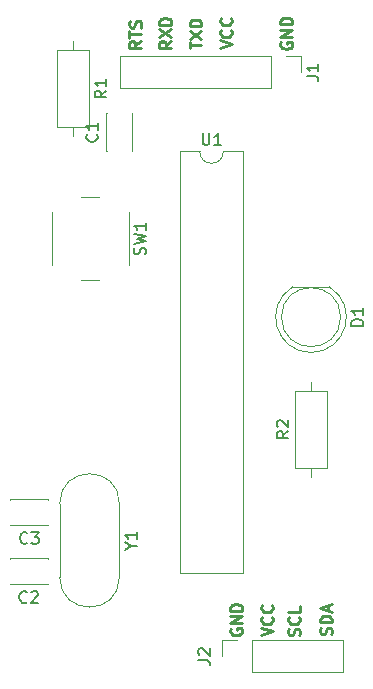
<source format=gbr>
%TF.GenerationSoftware,KiCad,Pcbnew,8.0.6-8.0.6-0~ubuntu22.04.1*%
%TF.CreationDate,2024-11-25T01:07:46+09:00*%
%TF.ProjectId,Cduino,43647569-6e6f-42e6-9b69-6361645f7063,rev?*%
%TF.SameCoordinates,Original*%
%TF.FileFunction,Legend,Top*%
%TF.FilePolarity,Positive*%
%FSLAX46Y46*%
G04 Gerber Fmt 4.6, Leading zero omitted, Abs format (unit mm)*
G04 Created by KiCad (PCBNEW 8.0.6-8.0.6-0~ubuntu22.04.1) date 2024-11-25 01:07:46*
%MOMM*%
%LPD*%
G01*
G04 APERTURE LIST*
%ADD10C,0.250000*%
%ADD11C,0.150000*%
%ADD12C,0.120000*%
G04 APERTURE END LIST*
D10*
X138164619Y-102640288D02*
X139164619Y-102306955D01*
X139164619Y-102306955D02*
X138164619Y-101973622D01*
X139069380Y-101068860D02*
X139117000Y-101116479D01*
X139117000Y-101116479D02*
X139164619Y-101259336D01*
X139164619Y-101259336D02*
X139164619Y-101354574D01*
X139164619Y-101354574D02*
X139117000Y-101497431D01*
X139117000Y-101497431D02*
X139021761Y-101592669D01*
X139021761Y-101592669D02*
X138926523Y-101640288D01*
X138926523Y-101640288D02*
X138736047Y-101687907D01*
X138736047Y-101687907D02*
X138593190Y-101687907D01*
X138593190Y-101687907D02*
X138402714Y-101640288D01*
X138402714Y-101640288D02*
X138307476Y-101592669D01*
X138307476Y-101592669D02*
X138212238Y-101497431D01*
X138212238Y-101497431D02*
X138164619Y-101354574D01*
X138164619Y-101354574D02*
X138164619Y-101259336D01*
X138164619Y-101259336D02*
X138212238Y-101116479D01*
X138212238Y-101116479D02*
X138259857Y-101068860D01*
X139069380Y-100068860D02*
X139117000Y-100116479D01*
X139117000Y-100116479D02*
X139164619Y-100259336D01*
X139164619Y-100259336D02*
X139164619Y-100354574D01*
X139164619Y-100354574D02*
X139117000Y-100497431D01*
X139117000Y-100497431D02*
X139021761Y-100592669D01*
X139021761Y-100592669D02*
X138926523Y-100640288D01*
X138926523Y-100640288D02*
X138736047Y-100687907D01*
X138736047Y-100687907D02*
X138593190Y-100687907D01*
X138593190Y-100687907D02*
X138402714Y-100640288D01*
X138402714Y-100640288D02*
X138307476Y-100592669D01*
X138307476Y-100592669D02*
X138212238Y-100497431D01*
X138212238Y-100497431D02*
X138164619Y-100354574D01*
X138164619Y-100354574D02*
X138164619Y-100259336D01*
X138164619Y-100259336D02*
X138212238Y-100116479D01*
X138212238Y-100116479D02*
X138259857Y-100068860D01*
X128014619Y-52326003D02*
X127538428Y-52659336D01*
X128014619Y-52897431D02*
X127014619Y-52897431D01*
X127014619Y-52897431D02*
X127014619Y-52516479D01*
X127014619Y-52516479D02*
X127062238Y-52421241D01*
X127062238Y-52421241D02*
X127109857Y-52373622D01*
X127109857Y-52373622D02*
X127205095Y-52326003D01*
X127205095Y-52326003D02*
X127347952Y-52326003D01*
X127347952Y-52326003D02*
X127443190Y-52373622D01*
X127443190Y-52373622D02*
X127490809Y-52421241D01*
X127490809Y-52421241D02*
X127538428Y-52516479D01*
X127538428Y-52516479D02*
X127538428Y-52897431D01*
X127014619Y-52040288D02*
X127014619Y-51468860D01*
X128014619Y-51754574D02*
X127014619Y-51754574D01*
X127967000Y-51183145D02*
X128014619Y-51040288D01*
X128014619Y-51040288D02*
X128014619Y-50802193D01*
X128014619Y-50802193D02*
X127967000Y-50706955D01*
X127967000Y-50706955D02*
X127919380Y-50659336D01*
X127919380Y-50659336D02*
X127824142Y-50611717D01*
X127824142Y-50611717D02*
X127728904Y-50611717D01*
X127728904Y-50611717D02*
X127633666Y-50659336D01*
X127633666Y-50659336D02*
X127586047Y-50706955D01*
X127586047Y-50706955D02*
X127538428Y-50802193D01*
X127538428Y-50802193D02*
X127490809Y-50992669D01*
X127490809Y-50992669D02*
X127443190Y-51087907D01*
X127443190Y-51087907D02*
X127395571Y-51135526D01*
X127395571Y-51135526D02*
X127300333Y-51183145D01*
X127300333Y-51183145D02*
X127205095Y-51183145D01*
X127205095Y-51183145D02*
X127109857Y-51135526D01*
X127109857Y-51135526D02*
X127062238Y-51087907D01*
X127062238Y-51087907D02*
X127014619Y-50992669D01*
X127014619Y-50992669D02*
X127014619Y-50754574D01*
X127014619Y-50754574D02*
X127062238Y-50611717D01*
X135612238Y-102073622D02*
X135564619Y-102168860D01*
X135564619Y-102168860D02*
X135564619Y-102311717D01*
X135564619Y-102311717D02*
X135612238Y-102454574D01*
X135612238Y-102454574D02*
X135707476Y-102549812D01*
X135707476Y-102549812D02*
X135802714Y-102597431D01*
X135802714Y-102597431D02*
X135993190Y-102645050D01*
X135993190Y-102645050D02*
X136136047Y-102645050D01*
X136136047Y-102645050D02*
X136326523Y-102597431D01*
X136326523Y-102597431D02*
X136421761Y-102549812D01*
X136421761Y-102549812D02*
X136517000Y-102454574D01*
X136517000Y-102454574D02*
X136564619Y-102311717D01*
X136564619Y-102311717D02*
X136564619Y-102216479D01*
X136564619Y-102216479D02*
X136517000Y-102073622D01*
X136517000Y-102073622D02*
X136469380Y-102026003D01*
X136469380Y-102026003D02*
X136136047Y-102026003D01*
X136136047Y-102026003D02*
X136136047Y-102216479D01*
X136564619Y-101597431D02*
X135564619Y-101597431D01*
X135564619Y-101597431D02*
X136564619Y-101026003D01*
X136564619Y-101026003D02*
X135564619Y-101026003D01*
X136564619Y-100549812D02*
X135564619Y-100549812D01*
X135564619Y-100549812D02*
X135564619Y-100311717D01*
X135564619Y-100311717D02*
X135612238Y-100168860D01*
X135612238Y-100168860D02*
X135707476Y-100073622D01*
X135707476Y-100073622D02*
X135802714Y-100026003D01*
X135802714Y-100026003D02*
X135993190Y-99978384D01*
X135993190Y-99978384D02*
X136136047Y-99978384D01*
X136136047Y-99978384D02*
X136326523Y-100026003D01*
X136326523Y-100026003D02*
X136421761Y-100073622D01*
X136421761Y-100073622D02*
X136517000Y-100168860D01*
X136517000Y-100168860D02*
X136564619Y-100311717D01*
X136564619Y-100311717D02*
X136564619Y-100549812D01*
X134714619Y-52940288D02*
X135714619Y-52606955D01*
X135714619Y-52606955D02*
X134714619Y-52273622D01*
X135619380Y-51368860D02*
X135667000Y-51416479D01*
X135667000Y-51416479D02*
X135714619Y-51559336D01*
X135714619Y-51559336D02*
X135714619Y-51654574D01*
X135714619Y-51654574D02*
X135667000Y-51797431D01*
X135667000Y-51797431D02*
X135571761Y-51892669D01*
X135571761Y-51892669D02*
X135476523Y-51940288D01*
X135476523Y-51940288D02*
X135286047Y-51987907D01*
X135286047Y-51987907D02*
X135143190Y-51987907D01*
X135143190Y-51987907D02*
X134952714Y-51940288D01*
X134952714Y-51940288D02*
X134857476Y-51892669D01*
X134857476Y-51892669D02*
X134762238Y-51797431D01*
X134762238Y-51797431D02*
X134714619Y-51654574D01*
X134714619Y-51654574D02*
X134714619Y-51559336D01*
X134714619Y-51559336D02*
X134762238Y-51416479D01*
X134762238Y-51416479D02*
X134809857Y-51368860D01*
X135619380Y-50368860D02*
X135667000Y-50416479D01*
X135667000Y-50416479D02*
X135714619Y-50559336D01*
X135714619Y-50559336D02*
X135714619Y-50654574D01*
X135714619Y-50654574D02*
X135667000Y-50797431D01*
X135667000Y-50797431D02*
X135571761Y-50892669D01*
X135571761Y-50892669D02*
X135476523Y-50940288D01*
X135476523Y-50940288D02*
X135286047Y-50987907D01*
X135286047Y-50987907D02*
X135143190Y-50987907D01*
X135143190Y-50987907D02*
X134952714Y-50940288D01*
X134952714Y-50940288D02*
X134857476Y-50892669D01*
X134857476Y-50892669D02*
X134762238Y-50797431D01*
X134762238Y-50797431D02*
X134714619Y-50654574D01*
X134714619Y-50654574D02*
X134714619Y-50559336D01*
X134714619Y-50559336D02*
X134762238Y-50416479D01*
X134762238Y-50416479D02*
X134809857Y-50368860D01*
X139862238Y-52423622D02*
X139814619Y-52518860D01*
X139814619Y-52518860D02*
X139814619Y-52661717D01*
X139814619Y-52661717D02*
X139862238Y-52804574D01*
X139862238Y-52804574D02*
X139957476Y-52899812D01*
X139957476Y-52899812D02*
X140052714Y-52947431D01*
X140052714Y-52947431D02*
X140243190Y-52995050D01*
X140243190Y-52995050D02*
X140386047Y-52995050D01*
X140386047Y-52995050D02*
X140576523Y-52947431D01*
X140576523Y-52947431D02*
X140671761Y-52899812D01*
X140671761Y-52899812D02*
X140767000Y-52804574D01*
X140767000Y-52804574D02*
X140814619Y-52661717D01*
X140814619Y-52661717D02*
X140814619Y-52566479D01*
X140814619Y-52566479D02*
X140767000Y-52423622D01*
X140767000Y-52423622D02*
X140719380Y-52376003D01*
X140719380Y-52376003D02*
X140386047Y-52376003D01*
X140386047Y-52376003D02*
X140386047Y-52566479D01*
X140814619Y-51947431D02*
X139814619Y-51947431D01*
X139814619Y-51947431D02*
X140814619Y-51376003D01*
X140814619Y-51376003D02*
X139814619Y-51376003D01*
X140814619Y-50899812D02*
X139814619Y-50899812D01*
X139814619Y-50899812D02*
X139814619Y-50661717D01*
X139814619Y-50661717D02*
X139862238Y-50518860D01*
X139862238Y-50518860D02*
X139957476Y-50423622D01*
X139957476Y-50423622D02*
X140052714Y-50376003D01*
X140052714Y-50376003D02*
X140243190Y-50328384D01*
X140243190Y-50328384D02*
X140386047Y-50328384D01*
X140386047Y-50328384D02*
X140576523Y-50376003D01*
X140576523Y-50376003D02*
X140671761Y-50423622D01*
X140671761Y-50423622D02*
X140767000Y-50518860D01*
X140767000Y-50518860D02*
X140814619Y-50661717D01*
X140814619Y-50661717D02*
X140814619Y-50899812D01*
X132114619Y-52940288D02*
X132114619Y-52368860D01*
X133114619Y-52654574D02*
X132114619Y-52654574D01*
X132114619Y-52130764D02*
X133114619Y-51464098D01*
X132114619Y-51464098D02*
X133114619Y-52130764D01*
X133114619Y-51083145D02*
X132114619Y-51083145D01*
X132114619Y-51083145D02*
X132114619Y-50845050D01*
X132114619Y-50845050D02*
X132162238Y-50702193D01*
X132162238Y-50702193D02*
X132257476Y-50606955D01*
X132257476Y-50606955D02*
X132352714Y-50559336D01*
X132352714Y-50559336D02*
X132543190Y-50511717D01*
X132543190Y-50511717D02*
X132686047Y-50511717D01*
X132686047Y-50511717D02*
X132876523Y-50559336D01*
X132876523Y-50559336D02*
X132971761Y-50606955D01*
X132971761Y-50606955D02*
X133067000Y-50702193D01*
X133067000Y-50702193D02*
X133114619Y-50845050D01*
X133114619Y-50845050D02*
X133114619Y-51083145D01*
X130564619Y-52326003D02*
X130088428Y-52659336D01*
X130564619Y-52897431D02*
X129564619Y-52897431D01*
X129564619Y-52897431D02*
X129564619Y-52516479D01*
X129564619Y-52516479D02*
X129612238Y-52421241D01*
X129612238Y-52421241D02*
X129659857Y-52373622D01*
X129659857Y-52373622D02*
X129755095Y-52326003D01*
X129755095Y-52326003D02*
X129897952Y-52326003D01*
X129897952Y-52326003D02*
X129993190Y-52373622D01*
X129993190Y-52373622D02*
X130040809Y-52421241D01*
X130040809Y-52421241D02*
X130088428Y-52516479D01*
X130088428Y-52516479D02*
X130088428Y-52897431D01*
X129564619Y-51992669D02*
X130564619Y-51326003D01*
X129564619Y-51326003D02*
X130564619Y-51992669D01*
X130564619Y-50945050D02*
X129564619Y-50945050D01*
X129564619Y-50945050D02*
X129564619Y-50706955D01*
X129564619Y-50706955D02*
X129612238Y-50564098D01*
X129612238Y-50564098D02*
X129707476Y-50468860D01*
X129707476Y-50468860D02*
X129802714Y-50421241D01*
X129802714Y-50421241D02*
X129993190Y-50373622D01*
X129993190Y-50373622D02*
X130136047Y-50373622D01*
X130136047Y-50373622D02*
X130326523Y-50421241D01*
X130326523Y-50421241D02*
X130421761Y-50468860D01*
X130421761Y-50468860D02*
X130517000Y-50564098D01*
X130517000Y-50564098D02*
X130564619Y-50706955D01*
X130564619Y-50706955D02*
X130564619Y-50945050D01*
X141417000Y-102645050D02*
X141464619Y-102502193D01*
X141464619Y-102502193D02*
X141464619Y-102264098D01*
X141464619Y-102264098D02*
X141417000Y-102168860D01*
X141417000Y-102168860D02*
X141369380Y-102121241D01*
X141369380Y-102121241D02*
X141274142Y-102073622D01*
X141274142Y-102073622D02*
X141178904Y-102073622D01*
X141178904Y-102073622D02*
X141083666Y-102121241D01*
X141083666Y-102121241D02*
X141036047Y-102168860D01*
X141036047Y-102168860D02*
X140988428Y-102264098D01*
X140988428Y-102264098D02*
X140940809Y-102454574D01*
X140940809Y-102454574D02*
X140893190Y-102549812D01*
X140893190Y-102549812D02*
X140845571Y-102597431D01*
X140845571Y-102597431D02*
X140750333Y-102645050D01*
X140750333Y-102645050D02*
X140655095Y-102645050D01*
X140655095Y-102645050D02*
X140559857Y-102597431D01*
X140559857Y-102597431D02*
X140512238Y-102549812D01*
X140512238Y-102549812D02*
X140464619Y-102454574D01*
X140464619Y-102454574D02*
X140464619Y-102216479D01*
X140464619Y-102216479D02*
X140512238Y-102073622D01*
X141369380Y-101073622D02*
X141417000Y-101121241D01*
X141417000Y-101121241D02*
X141464619Y-101264098D01*
X141464619Y-101264098D02*
X141464619Y-101359336D01*
X141464619Y-101359336D02*
X141417000Y-101502193D01*
X141417000Y-101502193D02*
X141321761Y-101597431D01*
X141321761Y-101597431D02*
X141226523Y-101645050D01*
X141226523Y-101645050D02*
X141036047Y-101692669D01*
X141036047Y-101692669D02*
X140893190Y-101692669D01*
X140893190Y-101692669D02*
X140702714Y-101645050D01*
X140702714Y-101645050D02*
X140607476Y-101597431D01*
X140607476Y-101597431D02*
X140512238Y-101502193D01*
X140512238Y-101502193D02*
X140464619Y-101359336D01*
X140464619Y-101359336D02*
X140464619Y-101264098D01*
X140464619Y-101264098D02*
X140512238Y-101121241D01*
X140512238Y-101121241D02*
X140559857Y-101073622D01*
X141464619Y-100168860D02*
X141464619Y-100645050D01*
X141464619Y-100645050D02*
X140464619Y-100645050D01*
X144117000Y-102545050D02*
X144164619Y-102402193D01*
X144164619Y-102402193D02*
X144164619Y-102164098D01*
X144164619Y-102164098D02*
X144117000Y-102068860D01*
X144117000Y-102068860D02*
X144069380Y-102021241D01*
X144069380Y-102021241D02*
X143974142Y-101973622D01*
X143974142Y-101973622D02*
X143878904Y-101973622D01*
X143878904Y-101973622D02*
X143783666Y-102021241D01*
X143783666Y-102021241D02*
X143736047Y-102068860D01*
X143736047Y-102068860D02*
X143688428Y-102164098D01*
X143688428Y-102164098D02*
X143640809Y-102354574D01*
X143640809Y-102354574D02*
X143593190Y-102449812D01*
X143593190Y-102449812D02*
X143545571Y-102497431D01*
X143545571Y-102497431D02*
X143450333Y-102545050D01*
X143450333Y-102545050D02*
X143355095Y-102545050D01*
X143355095Y-102545050D02*
X143259857Y-102497431D01*
X143259857Y-102497431D02*
X143212238Y-102449812D01*
X143212238Y-102449812D02*
X143164619Y-102354574D01*
X143164619Y-102354574D02*
X143164619Y-102116479D01*
X143164619Y-102116479D02*
X143212238Y-101973622D01*
X144164619Y-101545050D02*
X143164619Y-101545050D01*
X143164619Y-101545050D02*
X143164619Y-101306955D01*
X143164619Y-101306955D02*
X143212238Y-101164098D01*
X143212238Y-101164098D02*
X143307476Y-101068860D01*
X143307476Y-101068860D02*
X143402714Y-101021241D01*
X143402714Y-101021241D02*
X143593190Y-100973622D01*
X143593190Y-100973622D02*
X143736047Y-100973622D01*
X143736047Y-100973622D02*
X143926523Y-101021241D01*
X143926523Y-101021241D02*
X144021761Y-101068860D01*
X144021761Y-101068860D02*
X144117000Y-101164098D01*
X144117000Y-101164098D02*
X144164619Y-101306955D01*
X144164619Y-101306955D02*
X144164619Y-101545050D01*
X143878904Y-100592669D02*
X143878904Y-100116479D01*
X144164619Y-100687907D02*
X143164619Y-100354574D01*
X143164619Y-100354574D02*
X144164619Y-100021241D01*
D11*
X142024819Y-55283333D02*
X142739104Y-55283333D01*
X142739104Y-55283333D02*
X142881961Y-55330952D01*
X142881961Y-55330952D02*
X142977200Y-55426190D01*
X142977200Y-55426190D02*
X143024819Y-55569047D01*
X143024819Y-55569047D02*
X143024819Y-55664285D01*
X143024819Y-54283333D02*
X143024819Y-54854761D01*
X143024819Y-54569047D02*
X142024819Y-54569047D01*
X142024819Y-54569047D02*
X142167676Y-54664285D01*
X142167676Y-54664285D02*
X142262914Y-54759523D01*
X142262914Y-54759523D02*
X142310533Y-54854761D01*
X128357200Y-70383332D02*
X128404819Y-70240475D01*
X128404819Y-70240475D02*
X128404819Y-70002380D01*
X128404819Y-70002380D02*
X128357200Y-69907142D01*
X128357200Y-69907142D02*
X128309580Y-69859523D01*
X128309580Y-69859523D02*
X128214342Y-69811904D01*
X128214342Y-69811904D02*
X128119104Y-69811904D01*
X128119104Y-69811904D02*
X128023866Y-69859523D01*
X128023866Y-69859523D02*
X127976247Y-69907142D01*
X127976247Y-69907142D02*
X127928628Y-70002380D01*
X127928628Y-70002380D02*
X127881009Y-70192856D01*
X127881009Y-70192856D02*
X127833390Y-70288094D01*
X127833390Y-70288094D02*
X127785771Y-70335713D01*
X127785771Y-70335713D02*
X127690533Y-70383332D01*
X127690533Y-70383332D02*
X127595295Y-70383332D01*
X127595295Y-70383332D02*
X127500057Y-70335713D01*
X127500057Y-70335713D02*
X127452438Y-70288094D01*
X127452438Y-70288094D02*
X127404819Y-70192856D01*
X127404819Y-70192856D02*
X127404819Y-69954761D01*
X127404819Y-69954761D02*
X127452438Y-69811904D01*
X127404819Y-69478570D02*
X128404819Y-69240475D01*
X128404819Y-69240475D02*
X127690533Y-69049999D01*
X127690533Y-69049999D02*
X128404819Y-68859523D01*
X128404819Y-68859523D02*
X127404819Y-68621428D01*
X128404819Y-67716666D02*
X128404819Y-68288094D01*
X128404819Y-68002380D02*
X127404819Y-68002380D01*
X127404819Y-68002380D02*
X127547676Y-68097618D01*
X127547676Y-68097618D02*
X127642914Y-68192856D01*
X127642914Y-68192856D02*
X127690533Y-68288094D01*
X124259580Y-60216666D02*
X124307200Y-60264285D01*
X124307200Y-60264285D02*
X124354819Y-60407142D01*
X124354819Y-60407142D02*
X124354819Y-60502380D01*
X124354819Y-60502380D02*
X124307200Y-60645237D01*
X124307200Y-60645237D02*
X124211961Y-60740475D01*
X124211961Y-60740475D02*
X124116723Y-60788094D01*
X124116723Y-60788094D02*
X123926247Y-60835713D01*
X123926247Y-60835713D02*
X123783390Y-60835713D01*
X123783390Y-60835713D02*
X123592914Y-60788094D01*
X123592914Y-60788094D02*
X123497676Y-60740475D01*
X123497676Y-60740475D02*
X123402438Y-60645237D01*
X123402438Y-60645237D02*
X123354819Y-60502380D01*
X123354819Y-60502380D02*
X123354819Y-60407142D01*
X123354819Y-60407142D02*
X123402438Y-60264285D01*
X123402438Y-60264285D02*
X123450057Y-60216666D01*
X124354819Y-59264285D02*
X124354819Y-59835713D01*
X124354819Y-59549999D02*
X123354819Y-59549999D01*
X123354819Y-59549999D02*
X123497676Y-59645237D01*
X123497676Y-59645237D02*
X123592914Y-59740475D01*
X123592914Y-59740475D02*
X123640533Y-59835713D01*
X118383333Y-94809580D02*
X118335714Y-94857200D01*
X118335714Y-94857200D02*
X118192857Y-94904819D01*
X118192857Y-94904819D02*
X118097619Y-94904819D01*
X118097619Y-94904819D02*
X117954762Y-94857200D01*
X117954762Y-94857200D02*
X117859524Y-94761961D01*
X117859524Y-94761961D02*
X117811905Y-94666723D01*
X117811905Y-94666723D02*
X117764286Y-94476247D01*
X117764286Y-94476247D02*
X117764286Y-94333390D01*
X117764286Y-94333390D02*
X117811905Y-94142914D01*
X117811905Y-94142914D02*
X117859524Y-94047676D01*
X117859524Y-94047676D02*
X117954762Y-93952438D01*
X117954762Y-93952438D02*
X118097619Y-93904819D01*
X118097619Y-93904819D02*
X118192857Y-93904819D01*
X118192857Y-93904819D02*
X118335714Y-93952438D01*
X118335714Y-93952438D02*
X118383333Y-94000057D01*
X118716667Y-93904819D02*
X119335714Y-93904819D01*
X119335714Y-93904819D02*
X119002381Y-94285771D01*
X119002381Y-94285771D02*
X119145238Y-94285771D01*
X119145238Y-94285771D02*
X119240476Y-94333390D01*
X119240476Y-94333390D02*
X119288095Y-94381009D01*
X119288095Y-94381009D02*
X119335714Y-94476247D01*
X119335714Y-94476247D02*
X119335714Y-94714342D01*
X119335714Y-94714342D02*
X119288095Y-94809580D01*
X119288095Y-94809580D02*
X119240476Y-94857200D01*
X119240476Y-94857200D02*
X119145238Y-94904819D01*
X119145238Y-94904819D02*
X118859524Y-94904819D01*
X118859524Y-94904819D02*
X118764286Y-94857200D01*
X118764286Y-94857200D02*
X118716667Y-94809580D01*
X127153628Y-95076190D02*
X127629819Y-95076190D01*
X126629819Y-95409523D02*
X127153628Y-95076190D01*
X127153628Y-95076190D02*
X126629819Y-94742857D01*
X127629819Y-93885714D02*
X127629819Y-94457142D01*
X127629819Y-94171428D02*
X126629819Y-94171428D01*
X126629819Y-94171428D02*
X126772676Y-94266666D01*
X126772676Y-94266666D02*
X126867914Y-94361904D01*
X126867914Y-94361904D02*
X126915533Y-94457142D01*
X125074819Y-56516666D02*
X124598628Y-56849999D01*
X125074819Y-57088094D02*
X124074819Y-57088094D01*
X124074819Y-57088094D02*
X124074819Y-56707142D01*
X124074819Y-56707142D02*
X124122438Y-56611904D01*
X124122438Y-56611904D02*
X124170057Y-56564285D01*
X124170057Y-56564285D02*
X124265295Y-56516666D01*
X124265295Y-56516666D02*
X124408152Y-56516666D01*
X124408152Y-56516666D02*
X124503390Y-56564285D01*
X124503390Y-56564285D02*
X124551009Y-56611904D01*
X124551009Y-56611904D02*
X124598628Y-56707142D01*
X124598628Y-56707142D02*
X124598628Y-57088094D01*
X125074819Y-55564285D02*
X125074819Y-56135713D01*
X125074819Y-55849999D02*
X124074819Y-55849999D01*
X124074819Y-55849999D02*
X124217676Y-55945237D01*
X124217676Y-55945237D02*
X124312914Y-56040475D01*
X124312914Y-56040475D02*
X124360533Y-56135713D01*
X140484819Y-85366666D02*
X140008628Y-85699999D01*
X140484819Y-85938094D02*
X139484819Y-85938094D01*
X139484819Y-85938094D02*
X139484819Y-85557142D01*
X139484819Y-85557142D02*
X139532438Y-85461904D01*
X139532438Y-85461904D02*
X139580057Y-85414285D01*
X139580057Y-85414285D02*
X139675295Y-85366666D01*
X139675295Y-85366666D02*
X139818152Y-85366666D01*
X139818152Y-85366666D02*
X139913390Y-85414285D01*
X139913390Y-85414285D02*
X139961009Y-85461904D01*
X139961009Y-85461904D02*
X140008628Y-85557142D01*
X140008628Y-85557142D02*
X140008628Y-85938094D01*
X139580057Y-84985713D02*
X139532438Y-84938094D01*
X139532438Y-84938094D02*
X139484819Y-84842856D01*
X139484819Y-84842856D02*
X139484819Y-84604761D01*
X139484819Y-84604761D02*
X139532438Y-84509523D01*
X139532438Y-84509523D02*
X139580057Y-84461904D01*
X139580057Y-84461904D02*
X139675295Y-84414285D01*
X139675295Y-84414285D02*
X139770533Y-84414285D01*
X139770533Y-84414285D02*
X139913390Y-84461904D01*
X139913390Y-84461904D02*
X140484819Y-85033332D01*
X140484819Y-85033332D02*
X140484819Y-84414285D01*
X118333333Y-99809580D02*
X118285714Y-99857200D01*
X118285714Y-99857200D02*
X118142857Y-99904819D01*
X118142857Y-99904819D02*
X118047619Y-99904819D01*
X118047619Y-99904819D02*
X117904762Y-99857200D01*
X117904762Y-99857200D02*
X117809524Y-99761961D01*
X117809524Y-99761961D02*
X117761905Y-99666723D01*
X117761905Y-99666723D02*
X117714286Y-99476247D01*
X117714286Y-99476247D02*
X117714286Y-99333390D01*
X117714286Y-99333390D02*
X117761905Y-99142914D01*
X117761905Y-99142914D02*
X117809524Y-99047676D01*
X117809524Y-99047676D02*
X117904762Y-98952438D01*
X117904762Y-98952438D02*
X118047619Y-98904819D01*
X118047619Y-98904819D02*
X118142857Y-98904819D01*
X118142857Y-98904819D02*
X118285714Y-98952438D01*
X118285714Y-98952438D02*
X118333333Y-99000057D01*
X118714286Y-99000057D02*
X118761905Y-98952438D01*
X118761905Y-98952438D02*
X118857143Y-98904819D01*
X118857143Y-98904819D02*
X119095238Y-98904819D01*
X119095238Y-98904819D02*
X119190476Y-98952438D01*
X119190476Y-98952438D02*
X119238095Y-99000057D01*
X119238095Y-99000057D02*
X119285714Y-99095295D01*
X119285714Y-99095295D02*
X119285714Y-99190533D01*
X119285714Y-99190533D02*
X119238095Y-99333390D01*
X119238095Y-99333390D02*
X118666667Y-99904819D01*
X118666667Y-99904819D02*
X119285714Y-99904819D01*
X146814819Y-76433094D02*
X145814819Y-76433094D01*
X145814819Y-76433094D02*
X145814819Y-76194999D01*
X145814819Y-76194999D02*
X145862438Y-76052142D01*
X145862438Y-76052142D02*
X145957676Y-75956904D01*
X145957676Y-75956904D02*
X146052914Y-75909285D01*
X146052914Y-75909285D02*
X146243390Y-75861666D01*
X146243390Y-75861666D02*
X146386247Y-75861666D01*
X146386247Y-75861666D02*
X146576723Y-75909285D01*
X146576723Y-75909285D02*
X146671961Y-75956904D01*
X146671961Y-75956904D02*
X146767200Y-76052142D01*
X146767200Y-76052142D02*
X146814819Y-76194999D01*
X146814819Y-76194999D02*
X146814819Y-76433094D01*
X146814819Y-74909285D02*
X146814819Y-75480713D01*
X146814819Y-75194999D02*
X145814819Y-75194999D01*
X145814819Y-75194999D02*
X145957676Y-75290237D01*
X145957676Y-75290237D02*
X146052914Y-75385475D01*
X146052914Y-75385475D02*
X146100533Y-75480713D01*
X133218095Y-60124819D02*
X133218095Y-60934342D01*
X133218095Y-60934342D02*
X133265714Y-61029580D01*
X133265714Y-61029580D02*
X133313333Y-61077200D01*
X133313333Y-61077200D02*
X133408571Y-61124819D01*
X133408571Y-61124819D02*
X133599047Y-61124819D01*
X133599047Y-61124819D02*
X133694285Y-61077200D01*
X133694285Y-61077200D02*
X133741904Y-61029580D01*
X133741904Y-61029580D02*
X133789523Y-60934342D01*
X133789523Y-60934342D02*
X133789523Y-60124819D01*
X134789523Y-61124819D02*
X134218095Y-61124819D01*
X134503809Y-61124819D02*
X134503809Y-60124819D01*
X134503809Y-60124819D02*
X134408571Y-60267676D01*
X134408571Y-60267676D02*
X134313333Y-60362914D01*
X134313333Y-60362914D02*
X134218095Y-60410533D01*
X132844819Y-104733333D02*
X133559104Y-104733333D01*
X133559104Y-104733333D02*
X133701961Y-104780952D01*
X133701961Y-104780952D02*
X133797200Y-104876190D01*
X133797200Y-104876190D02*
X133844819Y-105019047D01*
X133844819Y-105019047D02*
X133844819Y-105114285D01*
X132940057Y-104304761D02*
X132892438Y-104257142D01*
X132892438Y-104257142D02*
X132844819Y-104161904D01*
X132844819Y-104161904D02*
X132844819Y-103923809D01*
X132844819Y-103923809D02*
X132892438Y-103828571D01*
X132892438Y-103828571D02*
X132940057Y-103780952D01*
X132940057Y-103780952D02*
X133035295Y-103733333D01*
X133035295Y-103733333D02*
X133130533Y-103733333D01*
X133130533Y-103733333D02*
X133273390Y-103780952D01*
X133273390Y-103780952D02*
X133844819Y-104352380D01*
X133844819Y-104352380D02*
X133844819Y-103733333D01*
D12*
%TO.C,J1*%
X126210000Y-53620000D02*
X126210000Y-56280000D01*
X138970000Y-53620000D02*
X126210000Y-53620000D01*
X138970000Y-53620000D02*
X138970000Y-56280000D01*
X138970000Y-56280000D02*
X126210000Y-56280000D01*
X140240000Y-53620000D02*
X141570000Y-53620000D01*
X141570000Y-53620000D02*
X141570000Y-54950000D01*
%TO.C,SW1*%
X120450000Y-66800000D02*
X120450000Y-71300000D01*
X122950000Y-72550000D02*
X124450000Y-72550000D01*
X124450000Y-65550000D02*
X122950000Y-65550000D01*
X126950000Y-71300000D02*
X126950000Y-66800000D01*
%TO.C,C1*%
X125030000Y-58430000D02*
X125095000Y-58430000D01*
X125030000Y-61670000D02*
X125030000Y-58430000D01*
X125030000Y-61670000D02*
X125095000Y-61670000D01*
X127205000Y-58430000D02*
X127270000Y-58430000D01*
X127205000Y-61670000D02*
X127270000Y-61670000D01*
X127270000Y-61670000D02*
X127270000Y-58430000D01*
%TO.C,C3*%
X116930000Y-91145000D02*
X116930000Y-91080000D01*
X116930000Y-93320000D02*
X116930000Y-93255000D01*
X120170000Y-91080000D02*
X116930000Y-91080000D01*
X120170000Y-91145000D02*
X120170000Y-91080000D01*
X120170000Y-93320000D02*
X116930000Y-93320000D01*
X120170000Y-93320000D02*
X120170000Y-93255000D01*
%TO.C,Y1*%
X121125000Y-91475000D02*
X121125000Y-97725000D01*
X126175000Y-91475000D02*
X126175000Y-97725000D01*
X121125000Y-91475000D02*
G75*
G02*
X126175000Y-91475000I2525000J0D01*
G01*
X126175000Y-97725000D02*
G75*
G02*
X121125000Y-97725000I-2525000J0D01*
G01*
%TO.C,R1*%
X120880000Y-53080000D02*
X120880000Y-59620000D01*
X120880000Y-59620000D02*
X123620000Y-59620000D01*
X122250000Y-52310000D02*
X122250000Y-53080000D01*
X122250000Y-60390000D02*
X122250000Y-59620000D01*
X123620000Y-53080000D02*
X120880000Y-53080000D01*
X123620000Y-59620000D02*
X123620000Y-53080000D01*
%TO.C,R2*%
X141030000Y-81930000D02*
X141030000Y-88470000D01*
X141030000Y-88470000D02*
X143770000Y-88470000D01*
X142400000Y-81160000D02*
X142400000Y-81930000D01*
X142400000Y-89240000D02*
X142400000Y-88470000D01*
X143770000Y-81930000D02*
X141030000Y-81930000D01*
X143770000Y-88470000D02*
X143770000Y-81930000D01*
%TO.C,C2*%
X116880000Y-96145000D02*
X116880000Y-96080000D01*
X116880000Y-98320000D02*
X116880000Y-98255000D01*
X120120000Y-96080000D02*
X116880000Y-96080000D01*
X120120000Y-96145000D02*
X120120000Y-96080000D01*
X120120000Y-98320000D02*
X116880000Y-98320000D01*
X120120000Y-98320000D02*
X120120000Y-98255000D01*
%TO.C,D1*%
X143945000Y-73135000D02*
X140855000Y-73135000D01*
X142400462Y-78685000D02*
G75*
G02*
X140855170Y-73135000I-462J2990000D01*
G01*
X143944830Y-73135000D02*
G75*
G02*
X142399538Y-78685000I-1544830J-2560000D01*
G01*
X144900000Y-75695000D02*
G75*
G02*
X139900000Y-75695000I-2500000J0D01*
G01*
X139900000Y-75695000D02*
G75*
G02*
X144900000Y-75695000I2500000J0D01*
G01*
%TO.C,U1*%
X131330000Y-61670000D02*
X131330000Y-97350000D01*
X131330000Y-97350000D02*
X136630000Y-97350000D01*
X132980000Y-61670000D02*
X131330000Y-61670000D01*
X136630000Y-61670000D02*
X134980000Y-61670000D01*
X136630000Y-97350000D02*
X136630000Y-61670000D01*
X134980000Y-61670000D02*
G75*
G02*
X132980000Y-61670000I-1000000J0D01*
G01*
%TO.C,J2*%
X134830000Y-103070000D02*
X136160000Y-103070000D01*
X134830000Y-104400000D02*
X134830000Y-103070000D01*
X137430000Y-103070000D02*
X145110000Y-103070000D01*
X137430000Y-105730000D02*
X137430000Y-103070000D01*
X137430000Y-105730000D02*
X145110000Y-105730000D01*
X145110000Y-105730000D02*
X145110000Y-103070000D01*
%TD*%
M02*

</source>
